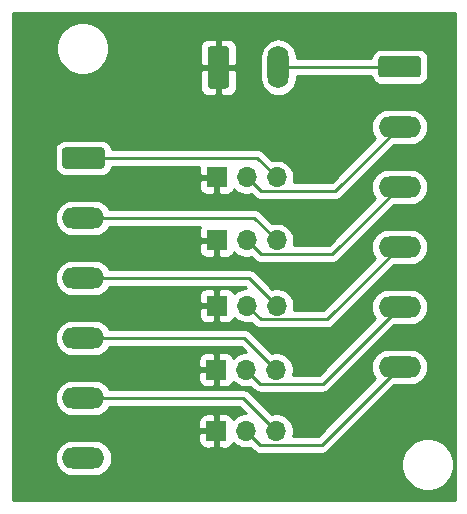
<source format=gbr>
%TF.GenerationSoftware,KiCad,Pcbnew,(5.1.7)-1*%
%TF.CreationDate,2020-12-28T14:37:07+01:00*%
%TF.ProjectId,control_neumatica,636f6e74-726f-46c5-9f6e-65756d617469,rev?*%
%TF.SameCoordinates,Original*%
%TF.FileFunction,Copper,L2,Bot*%
%TF.FilePolarity,Positive*%
%FSLAX46Y46*%
G04 Gerber Fmt 4.6, Leading zero omitted, Abs format (unit mm)*
G04 Created by KiCad (PCBNEW (5.1.7)-1) date 2020-12-28 14:37:07*
%MOMM*%
%LPD*%
G01*
G04 APERTURE LIST*
%TA.AperFunction,ComponentPad*%
%ADD10O,3.600000X1.800000*%
%TD*%
%TA.AperFunction,ComponentPad*%
%ADD11O,1.700000X1.700000*%
%TD*%
%TA.AperFunction,ComponentPad*%
%ADD12R,1.700000X1.700000*%
%TD*%
%TA.AperFunction,ComponentPad*%
%ADD13O,1.800000X3.600000*%
%TD*%
%TA.AperFunction,Conductor*%
%ADD14C,0.250000*%
%TD*%
%TA.AperFunction,Conductor*%
%ADD15C,0.254000*%
%TD*%
%TA.AperFunction,Conductor*%
%ADD16C,0.100000*%
%TD*%
G04 APERTURE END LIST*
D10*
%TO.P,SALIDAS                12V,6*%
%TO.N,O5*%
X151790400Y-68173600D03*
%TO.P,SALIDAS                12V,5*%
%TO.N,O4*%
X151790400Y-63093600D03*
%TO.P,SALIDAS                12V,4*%
%TO.N,O3*%
X151790400Y-58013600D03*
%TO.P,SALIDAS                12V,3*%
%TO.N,O2*%
X151790400Y-52933600D03*
%TO.P,SALIDAS                12V,2*%
%TO.N,O1*%
X151790400Y-47853600D03*
%TO.P,SALIDAS                12V,1*%
%TO.N,+12V*%
%TA.AperFunction,ComponentPad*%
G36*
G01*
X150240400Y-41873600D02*
X153340400Y-41873600D01*
G75*
G02*
X153590400Y-42123600I0J-250000D01*
G01*
X153590400Y-43423600D01*
G75*
G02*
X153340400Y-43673600I-250000J0D01*
G01*
X150240400Y-43673600D01*
G75*
G02*
X149990400Y-43423600I0J250000D01*
G01*
X149990400Y-42123600D01*
G75*
G02*
X150240400Y-41873600I250000J0D01*
G01*
G37*
%TD.AperFunction*%
%TD*%
D11*
%TO.P,S   D   G,3*%
%TO.N,I5*%
X141325600Y-73609200D03*
%TO.P,S   D   G,2*%
%TO.N,O5*%
X138785600Y-73609200D03*
D12*
%TO.P,S   D   G,1*%
%TO.N,GND*%
X136245600Y-73609200D03*
%TD*%
D11*
%TO.P, ,3*%
%TO.N,I4*%
X141325600Y-68427600D03*
%TO.P, ,2*%
%TO.N,O4*%
X138785600Y-68427600D03*
D12*
%TO.P, ,1*%
%TO.N,GND*%
X136245600Y-68427600D03*
%TD*%
D11*
%TO.P, ,3*%
%TO.N,I3*%
X141376400Y-62992000D03*
%TO.P, ,2*%
%TO.N,O3*%
X138836400Y-62992000D03*
D12*
%TO.P, ,1*%
%TO.N,GND*%
X136296400Y-62992000D03*
%TD*%
D11*
%TO.P, ,3*%
%TO.N,I2*%
X141376400Y-57454800D03*
%TO.P, ,2*%
%TO.N,O2*%
X138836400Y-57454800D03*
D12*
%TO.P, ,1*%
%TO.N,GND*%
X136296400Y-57454800D03*
%TD*%
D11*
%TO.P, ,3*%
%TO.N,I1*%
X141376400Y-52120800D03*
%TO.P, ,2*%
%TO.N,O1*%
X138836400Y-52120800D03*
D12*
%TO.P, ,1*%
%TO.N,GND*%
X136296400Y-52120800D03*
%TD*%
D13*
%TO.P,GND      12V,2*%
%TO.N,+12V*%
X141528800Y-42824400D03*
%TO.P,GND      12V,1*%
%TO.N,GND*%
%TA.AperFunction,ComponentPad*%
G36*
G01*
X135548800Y-44374400D02*
X135548800Y-41274400D01*
G75*
G02*
X135798800Y-41024400I250000J0D01*
G01*
X137098800Y-41024400D01*
G75*
G02*
X137348800Y-41274400I0J-250000D01*
G01*
X137348800Y-44374400D01*
G75*
G02*
X137098800Y-44624400I-250000J0D01*
G01*
X135798800Y-44624400D01*
G75*
G02*
X135548800Y-44374400I0J250000D01*
G01*
G37*
%TD.AperFunction*%
%TD*%
D10*
%TO.P,X              ENTRADAS,6*%
%TO.N,Net-(J1-Pad6)*%
X125018800Y-75895200D03*
%TO.P,X              ENTRADAS,5*%
%TO.N,I5*%
X125018800Y-70815200D03*
%TO.P,X              ENTRADAS,4*%
%TO.N,I4*%
X125018800Y-65735200D03*
%TO.P,X              ENTRADAS,3*%
%TO.N,I3*%
X125018800Y-60655200D03*
%TO.P,X              ENTRADAS,2*%
%TO.N,I2*%
X125018800Y-55575200D03*
%TO.P,X              ENTRADAS,1*%
%TO.N,I1*%
%TA.AperFunction,ComponentPad*%
G36*
G01*
X123468800Y-49595200D02*
X126568800Y-49595200D01*
G75*
G02*
X126818800Y-49845200I0J-250000D01*
G01*
X126818800Y-51145200D01*
G75*
G02*
X126568800Y-51395200I-250000J0D01*
G01*
X123468800Y-51395200D01*
G75*
G02*
X123218800Y-51145200I0J250000D01*
G01*
X123218800Y-49845200D01*
G75*
G02*
X123468800Y-49595200I250000J0D01*
G01*
G37*
%TD.AperFunction*%
%TD*%
D14*
%TO.N,I1*%
X139750800Y-50495200D02*
X141376400Y-52120800D01*
X125018800Y-50495200D02*
X139750800Y-50495200D01*
%TO.N,I3*%
X139039600Y-60655200D02*
X141376400Y-62992000D01*
X125018800Y-60655200D02*
X139039600Y-60655200D01*
%TO.N,I5*%
X138531600Y-70815200D02*
X141325600Y-73609200D01*
X125018800Y-70815200D02*
X138531600Y-70815200D01*
%TO.N,I2*%
X139496800Y-55575200D02*
X141376400Y-57454800D01*
X125018800Y-55575200D02*
X139496800Y-55575200D01*
%TO.N,I4*%
X138633200Y-65735200D02*
X141325600Y-68427600D01*
X125018800Y-65735200D02*
X138633200Y-65735200D01*
%TO.N,+12V*%
X151739600Y-42824400D02*
X151790400Y-42773600D01*
X141528800Y-42824400D02*
X151739600Y-42824400D01*
%TO.N,GND*%
X136448800Y-51968400D02*
X136296400Y-52120800D01*
%TO.N,O1*%
X146348199Y-53295801D02*
X151790400Y-47853600D01*
X140011401Y-53295801D02*
X146348199Y-53295801D01*
X138836400Y-52120800D02*
X140011401Y-53295801D01*
%TO.N,O2*%
X146094199Y-58629801D02*
X151790400Y-52933600D01*
X140011401Y-58629801D02*
X146094199Y-58629801D01*
X138836400Y-57454800D02*
X140011401Y-58629801D01*
%TO.N,O3*%
X145636999Y-64167001D02*
X151790400Y-58013600D01*
X140011401Y-64167001D02*
X145636999Y-64167001D01*
X138836400Y-62992000D02*
X140011401Y-64167001D01*
%TO.N,O4*%
X145281399Y-69602601D02*
X151790400Y-63093600D01*
X139960601Y-69602601D02*
X145281399Y-69602601D01*
X138785600Y-68427600D02*
X139960601Y-69602601D01*
%TO.N,O5*%
X145179799Y-74784201D02*
X151790400Y-68173600D01*
X139960601Y-74784201D02*
X145179799Y-74784201D01*
X138785600Y-73609200D02*
X139960601Y-74784201D01*
%TD*%
D15*
%TO.N,GND*%
X156439000Y-79477000D02*
X119024000Y-79477000D01*
X119024000Y-75895200D01*
X122576373Y-75895200D01*
X122606010Y-76196113D01*
X122693783Y-76485461D01*
X122836319Y-76752127D01*
X123028139Y-76985861D01*
X123261873Y-77177681D01*
X123528539Y-77320217D01*
X123817887Y-77407990D01*
X124043392Y-77430200D01*
X125994208Y-77430200D01*
X126219713Y-77407990D01*
X126509061Y-77320217D01*
X126775727Y-77177681D01*
X127009461Y-76985861D01*
X127201281Y-76752127D01*
X127343817Y-76485461D01*
X127420135Y-76233872D01*
X151943000Y-76233872D01*
X151943000Y-76674128D01*
X152028890Y-77105925D01*
X152197369Y-77512669D01*
X152441962Y-77878729D01*
X152753271Y-78190038D01*
X153119331Y-78434631D01*
X153526075Y-78603110D01*
X153957872Y-78689000D01*
X154398128Y-78689000D01*
X154829925Y-78603110D01*
X155236669Y-78434631D01*
X155602729Y-78190038D01*
X155914038Y-77878729D01*
X156158631Y-77512669D01*
X156327110Y-77105925D01*
X156413000Y-76674128D01*
X156413000Y-76233872D01*
X156327110Y-75802075D01*
X156158631Y-75395331D01*
X155914038Y-75029271D01*
X155602729Y-74717962D01*
X155236669Y-74473369D01*
X154829925Y-74304890D01*
X154398128Y-74219000D01*
X153957872Y-74219000D01*
X153526075Y-74304890D01*
X153119331Y-74473369D01*
X152753271Y-74717962D01*
X152441962Y-75029271D01*
X152197369Y-75395331D01*
X152028890Y-75802075D01*
X151943000Y-76233872D01*
X127420135Y-76233872D01*
X127431590Y-76196113D01*
X127461227Y-75895200D01*
X127431590Y-75594287D01*
X127343817Y-75304939D01*
X127201281Y-75038273D01*
X127009461Y-74804539D01*
X126775727Y-74612719D01*
X126509061Y-74470183D01*
X126472856Y-74459200D01*
X134757528Y-74459200D01*
X134769788Y-74583682D01*
X134806098Y-74703380D01*
X134865063Y-74813694D01*
X134944415Y-74910385D01*
X135041106Y-74989737D01*
X135151420Y-75048702D01*
X135271118Y-75085012D01*
X135395600Y-75097272D01*
X135959850Y-75094200D01*
X136118600Y-74935450D01*
X136118600Y-73736200D01*
X134919350Y-73736200D01*
X134760600Y-73894950D01*
X134757528Y-74459200D01*
X126472856Y-74459200D01*
X126219713Y-74382410D01*
X125994208Y-74360200D01*
X124043392Y-74360200D01*
X123817887Y-74382410D01*
X123528539Y-74470183D01*
X123261873Y-74612719D01*
X123028139Y-74804539D01*
X122836319Y-75038273D01*
X122693783Y-75304939D01*
X122606010Y-75594287D01*
X122576373Y-75895200D01*
X119024000Y-75895200D01*
X119024000Y-72759200D01*
X134757528Y-72759200D01*
X134760600Y-73323450D01*
X134919350Y-73482200D01*
X136118600Y-73482200D01*
X136118600Y-72282950D01*
X135959850Y-72124200D01*
X135395600Y-72121128D01*
X135271118Y-72133388D01*
X135151420Y-72169698D01*
X135041106Y-72228663D01*
X134944415Y-72308015D01*
X134865063Y-72404706D01*
X134806098Y-72515020D01*
X134769788Y-72634718D01*
X134757528Y-72759200D01*
X119024000Y-72759200D01*
X119024000Y-70815200D01*
X122576373Y-70815200D01*
X122606010Y-71116113D01*
X122693783Y-71405461D01*
X122836319Y-71672127D01*
X123028139Y-71905861D01*
X123261873Y-72097681D01*
X123528539Y-72240217D01*
X123817887Y-72327990D01*
X124043392Y-72350200D01*
X125994208Y-72350200D01*
X126219713Y-72327990D01*
X126509061Y-72240217D01*
X126775727Y-72097681D01*
X127009461Y-71905861D01*
X127201281Y-71672127D01*
X127253090Y-71575200D01*
X138216799Y-71575200D01*
X138765799Y-72124200D01*
X138639340Y-72124200D01*
X138352442Y-72181268D01*
X138082189Y-72293210D01*
X137838968Y-72455725D01*
X137707113Y-72587580D01*
X137685102Y-72515020D01*
X137626137Y-72404706D01*
X137546785Y-72308015D01*
X137450094Y-72228663D01*
X137339780Y-72169698D01*
X137220082Y-72133388D01*
X137095600Y-72121128D01*
X136531350Y-72124200D01*
X136372600Y-72282950D01*
X136372600Y-73482200D01*
X136392600Y-73482200D01*
X136392600Y-73736200D01*
X136372600Y-73736200D01*
X136372600Y-74935450D01*
X136531350Y-75094200D01*
X137095600Y-75097272D01*
X137220082Y-75085012D01*
X137339780Y-75048702D01*
X137450094Y-74989737D01*
X137546785Y-74910385D01*
X137626137Y-74813694D01*
X137685102Y-74703380D01*
X137707113Y-74630820D01*
X137838968Y-74762675D01*
X138082189Y-74925190D01*
X138352442Y-75037132D01*
X138639340Y-75094200D01*
X138931860Y-75094200D01*
X139152008Y-75050410D01*
X139396802Y-75295204D01*
X139420600Y-75324202D01*
X139536325Y-75419175D01*
X139668354Y-75489747D01*
X139811615Y-75533204D01*
X139923268Y-75544201D01*
X139923277Y-75544201D01*
X139960600Y-75547877D01*
X139997923Y-75544201D01*
X145142477Y-75544201D01*
X145179799Y-75547877D01*
X145217121Y-75544201D01*
X145217132Y-75544201D01*
X145328785Y-75533204D01*
X145472046Y-75489747D01*
X145604075Y-75419175D01*
X145719800Y-75324202D01*
X145743603Y-75295198D01*
X151330202Y-69708600D01*
X152765808Y-69708600D01*
X152991313Y-69686390D01*
X153280661Y-69598617D01*
X153547327Y-69456081D01*
X153781061Y-69264261D01*
X153972881Y-69030527D01*
X154115417Y-68763861D01*
X154203190Y-68474513D01*
X154232827Y-68173600D01*
X154203190Y-67872687D01*
X154115417Y-67583339D01*
X153972881Y-67316673D01*
X153781061Y-67082939D01*
X153547327Y-66891119D01*
X153280661Y-66748583D01*
X152991313Y-66660810D01*
X152765808Y-66638600D01*
X150814992Y-66638600D01*
X150589487Y-66660810D01*
X150300139Y-66748583D01*
X150033473Y-66891119D01*
X149799739Y-67082939D01*
X149607919Y-67316673D01*
X149465383Y-67583339D01*
X149377610Y-67872687D01*
X149347973Y-68173600D01*
X149377610Y-68474513D01*
X149465383Y-68763861D01*
X149607919Y-69030527D01*
X149720946Y-69168252D01*
X144864998Y-74024201D01*
X142757144Y-74024201D01*
X142810600Y-73755460D01*
X142810600Y-73462940D01*
X142753532Y-73176042D01*
X142641590Y-72905789D01*
X142479075Y-72662568D01*
X142272232Y-72455725D01*
X142029011Y-72293210D01*
X141758758Y-72181268D01*
X141471860Y-72124200D01*
X141179340Y-72124200D01*
X140959192Y-72167990D01*
X139095404Y-70304203D01*
X139071601Y-70275199D01*
X138955876Y-70180226D01*
X138823847Y-70109654D01*
X138680586Y-70066197D01*
X138568933Y-70055200D01*
X138568922Y-70055200D01*
X138531600Y-70051524D01*
X138494278Y-70055200D01*
X127253090Y-70055200D01*
X127201281Y-69958273D01*
X127009461Y-69724539D01*
X126775727Y-69532719D01*
X126509061Y-69390183D01*
X126219713Y-69302410D01*
X125994208Y-69280200D01*
X124043392Y-69280200D01*
X123817887Y-69302410D01*
X123528539Y-69390183D01*
X123261873Y-69532719D01*
X123028139Y-69724539D01*
X122836319Y-69958273D01*
X122693783Y-70224939D01*
X122606010Y-70514287D01*
X122576373Y-70815200D01*
X119024000Y-70815200D01*
X119024000Y-69277600D01*
X134757528Y-69277600D01*
X134769788Y-69402082D01*
X134806098Y-69521780D01*
X134865063Y-69632094D01*
X134944415Y-69728785D01*
X135041106Y-69808137D01*
X135151420Y-69867102D01*
X135271118Y-69903412D01*
X135395600Y-69915672D01*
X135959850Y-69912600D01*
X136118600Y-69753850D01*
X136118600Y-68554600D01*
X134919350Y-68554600D01*
X134760600Y-68713350D01*
X134757528Y-69277600D01*
X119024000Y-69277600D01*
X119024000Y-67577600D01*
X134757528Y-67577600D01*
X134760600Y-68141850D01*
X134919350Y-68300600D01*
X136118600Y-68300600D01*
X136118600Y-67101350D01*
X135959850Y-66942600D01*
X135395600Y-66939528D01*
X135271118Y-66951788D01*
X135151420Y-66988098D01*
X135041106Y-67047063D01*
X134944415Y-67126415D01*
X134865063Y-67223106D01*
X134806098Y-67333420D01*
X134769788Y-67453118D01*
X134757528Y-67577600D01*
X119024000Y-67577600D01*
X119024000Y-65735200D01*
X122576373Y-65735200D01*
X122606010Y-66036113D01*
X122693783Y-66325461D01*
X122836319Y-66592127D01*
X123028139Y-66825861D01*
X123261873Y-67017681D01*
X123528539Y-67160217D01*
X123817887Y-67247990D01*
X124043392Y-67270200D01*
X125994208Y-67270200D01*
X126219713Y-67247990D01*
X126509061Y-67160217D01*
X126775727Y-67017681D01*
X127009461Y-66825861D01*
X127201281Y-66592127D01*
X127253090Y-66495200D01*
X138318399Y-66495200D01*
X138765799Y-66942600D01*
X138639340Y-66942600D01*
X138352442Y-66999668D01*
X138082189Y-67111610D01*
X137838968Y-67274125D01*
X137707113Y-67405980D01*
X137685102Y-67333420D01*
X137626137Y-67223106D01*
X137546785Y-67126415D01*
X137450094Y-67047063D01*
X137339780Y-66988098D01*
X137220082Y-66951788D01*
X137095600Y-66939528D01*
X136531350Y-66942600D01*
X136372600Y-67101350D01*
X136372600Y-68300600D01*
X136392600Y-68300600D01*
X136392600Y-68554600D01*
X136372600Y-68554600D01*
X136372600Y-69753850D01*
X136531350Y-69912600D01*
X137095600Y-69915672D01*
X137220082Y-69903412D01*
X137339780Y-69867102D01*
X137450094Y-69808137D01*
X137546785Y-69728785D01*
X137626137Y-69632094D01*
X137685102Y-69521780D01*
X137707113Y-69449220D01*
X137838968Y-69581075D01*
X138082189Y-69743590D01*
X138352442Y-69855532D01*
X138639340Y-69912600D01*
X138931860Y-69912600D01*
X139152008Y-69868810D01*
X139396802Y-70113604D01*
X139420600Y-70142602D01*
X139536325Y-70237575D01*
X139668354Y-70308147D01*
X139811615Y-70351604D01*
X139923268Y-70362601D01*
X139923277Y-70362601D01*
X139960600Y-70366277D01*
X139997923Y-70362601D01*
X145244077Y-70362601D01*
X145281399Y-70366277D01*
X145318721Y-70362601D01*
X145318732Y-70362601D01*
X145430385Y-70351604D01*
X145573646Y-70308147D01*
X145705675Y-70237575D01*
X145821400Y-70142602D01*
X145845203Y-70113598D01*
X151330203Y-64628600D01*
X152765808Y-64628600D01*
X152991313Y-64606390D01*
X153280661Y-64518617D01*
X153547327Y-64376081D01*
X153781061Y-64184261D01*
X153972881Y-63950527D01*
X154115417Y-63683861D01*
X154203190Y-63394513D01*
X154232827Y-63093600D01*
X154203190Y-62792687D01*
X154115417Y-62503339D01*
X153972881Y-62236673D01*
X153781061Y-62002939D01*
X153547327Y-61811119D01*
X153280661Y-61668583D01*
X152991313Y-61580810D01*
X152765808Y-61558600D01*
X150814992Y-61558600D01*
X150589487Y-61580810D01*
X150300139Y-61668583D01*
X150033473Y-61811119D01*
X149799739Y-62002939D01*
X149607919Y-62236673D01*
X149465383Y-62503339D01*
X149377610Y-62792687D01*
X149347973Y-63093600D01*
X149377610Y-63394513D01*
X149465383Y-63683861D01*
X149607919Y-63950527D01*
X149720946Y-64088251D01*
X144966598Y-68842601D01*
X142757144Y-68842601D01*
X142810600Y-68573860D01*
X142810600Y-68281340D01*
X142753532Y-67994442D01*
X142641590Y-67724189D01*
X142479075Y-67480968D01*
X142272232Y-67274125D01*
X142029011Y-67111610D01*
X141758758Y-66999668D01*
X141471860Y-66942600D01*
X141179340Y-66942600D01*
X140959192Y-66986390D01*
X139197004Y-65224203D01*
X139173201Y-65195199D01*
X139057476Y-65100226D01*
X138925447Y-65029654D01*
X138782186Y-64986197D01*
X138670533Y-64975200D01*
X138670522Y-64975200D01*
X138633200Y-64971524D01*
X138595878Y-64975200D01*
X127253090Y-64975200D01*
X127201281Y-64878273D01*
X127009461Y-64644539D01*
X126775727Y-64452719D01*
X126509061Y-64310183D01*
X126219713Y-64222410D01*
X125994208Y-64200200D01*
X124043392Y-64200200D01*
X123817887Y-64222410D01*
X123528539Y-64310183D01*
X123261873Y-64452719D01*
X123028139Y-64644539D01*
X122836319Y-64878273D01*
X122693783Y-65144939D01*
X122606010Y-65434287D01*
X122576373Y-65735200D01*
X119024000Y-65735200D01*
X119024000Y-63842000D01*
X134808328Y-63842000D01*
X134820588Y-63966482D01*
X134856898Y-64086180D01*
X134915863Y-64196494D01*
X134995215Y-64293185D01*
X135091906Y-64372537D01*
X135202220Y-64431502D01*
X135321918Y-64467812D01*
X135446400Y-64480072D01*
X136010650Y-64477000D01*
X136169400Y-64318250D01*
X136169400Y-63119000D01*
X134970150Y-63119000D01*
X134811400Y-63277750D01*
X134808328Y-63842000D01*
X119024000Y-63842000D01*
X119024000Y-60655200D01*
X122576373Y-60655200D01*
X122606010Y-60956113D01*
X122693783Y-61245461D01*
X122836319Y-61512127D01*
X123028139Y-61745861D01*
X123261873Y-61937681D01*
X123528539Y-62080217D01*
X123817887Y-62167990D01*
X124043392Y-62190200D01*
X125994208Y-62190200D01*
X126219713Y-62167990D01*
X126305390Y-62142000D01*
X134808328Y-62142000D01*
X134811400Y-62706250D01*
X134970150Y-62865000D01*
X136169400Y-62865000D01*
X136169400Y-61665750D01*
X136010650Y-61507000D01*
X135446400Y-61503928D01*
X135321918Y-61516188D01*
X135202220Y-61552498D01*
X135091906Y-61611463D01*
X134995215Y-61690815D01*
X134915863Y-61787506D01*
X134856898Y-61897820D01*
X134820588Y-62017518D01*
X134808328Y-62142000D01*
X126305390Y-62142000D01*
X126509061Y-62080217D01*
X126775727Y-61937681D01*
X127009461Y-61745861D01*
X127201281Y-61512127D01*
X127253090Y-61415200D01*
X138724799Y-61415200D01*
X138816599Y-61507000D01*
X138690140Y-61507000D01*
X138403242Y-61564068D01*
X138132989Y-61676010D01*
X137889768Y-61838525D01*
X137757913Y-61970380D01*
X137735902Y-61897820D01*
X137676937Y-61787506D01*
X137597585Y-61690815D01*
X137500894Y-61611463D01*
X137390580Y-61552498D01*
X137270882Y-61516188D01*
X137146400Y-61503928D01*
X136582150Y-61507000D01*
X136423400Y-61665750D01*
X136423400Y-62865000D01*
X136443400Y-62865000D01*
X136443400Y-63119000D01*
X136423400Y-63119000D01*
X136423400Y-64318250D01*
X136582150Y-64477000D01*
X137146400Y-64480072D01*
X137270882Y-64467812D01*
X137390580Y-64431502D01*
X137500894Y-64372537D01*
X137597585Y-64293185D01*
X137676937Y-64196494D01*
X137735902Y-64086180D01*
X137757913Y-64013620D01*
X137889768Y-64145475D01*
X138132989Y-64307990D01*
X138403242Y-64419932D01*
X138690140Y-64477000D01*
X138982660Y-64477000D01*
X139202808Y-64433210D01*
X139447602Y-64678004D01*
X139471400Y-64707002D01*
X139587125Y-64801975D01*
X139719154Y-64872547D01*
X139862415Y-64916004D01*
X139974068Y-64927001D01*
X139974077Y-64927001D01*
X140011400Y-64930677D01*
X140048723Y-64927001D01*
X145599677Y-64927001D01*
X145636999Y-64930677D01*
X145674321Y-64927001D01*
X145674332Y-64927001D01*
X145785985Y-64916004D01*
X145929246Y-64872547D01*
X146061275Y-64801975D01*
X146177000Y-64707002D01*
X146200803Y-64677998D01*
X151330202Y-59548600D01*
X152765808Y-59548600D01*
X152991313Y-59526390D01*
X153280661Y-59438617D01*
X153547327Y-59296081D01*
X153781061Y-59104261D01*
X153972881Y-58870527D01*
X154115417Y-58603861D01*
X154203190Y-58314513D01*
X154232827Y-58013600D01*
X154203190Y-57712687D01*
X154115417Y-57423339D01*
X153972881Y-57156673D01*
X153781061Y-56922939D01*
X153547327Y-56731119D01*
X153280661Y-56588583D01*
X152991313Y-56500810D01*
X152765808Y-56478600D01*
X150814992Y-56478600D01*
X150589487Y-56500810D01*
X150300139Y-56588583D01*
X150033473Y-56731119D01*
X149799739Y-56922939D01*
X149607919Y-57156673D01*
X149465383Y-57423339D01*
X149377610Y-57712687D01*
X149347973Y-58013600D01*
X149377610Y-58314513D01*
X149465383Y-58603861D01*
X149607919Y-58870527D01*
X149720946Y-59008252D01*
X145322198Y-63407001D01*
X142807944Y-63407001D01*
X142861400Y-63138260D01*
X142861400Y-62845740D01*
X142804332Y-62558842D01*
X142692390Y-62288589D01*
X142529875Y-62045368D01*
X142323032Y-61838525D01*
X142079811Y-61676010D01*
X141809558Y-61564068D01*
X141522660Y-61507000D01*
X141230140Y-61507000D01*
X141009992Y-61550790D01*
X139603404Y-60144203D01*
X139579601Y-60115199D01*
X139463876Y-60020226D01*
X139331847Y-59949654D01*
X139188586Y-59906197D01*
X139076933Y-59895200D01*
X139076922Y-59895200D01*
X139039600Y-59891524D01*
X139002278Y-59895200D01*
X127253090Y-59895200D01*
X127201281Y-59798273D01*
X127009461Y-59564539D01*
X126775727Y-59372719D01*
X126509061Y-59230183D01*
X126219713Y-59142410D01*
X125994208Y-59120200D01*
X124043392Y-59120200D01*
X123817887Y-59142410D01*
X123528539Y-59230183D01*
X123261873Y-59372719D01*
X123028139Y-59564539D01*
X122836319Y-59798273D01*
X122693783Y-60064939D01*
X122606010Y-60354287D01*
X122576373Y-60655200D01*
X119024000Y-60655200D01*
X119024000Y-58304800D01*
X134808328Y-58304800D01*
X134820588Y-58429282D01*
X134856898Y-58548980D01*
X134915863Y-58659294D01*
X134995215Y-58755985D01*
X135091906Y-58835337D01*
X135202220Y-58894302D01*
X135321918Y-58930612D01*
X135446400Y-58942872D01*
X136010650Y-58939800D01*
X136169400Y-58781050D01*
X136169400Y-57581800D01*
X134970150Y-57581800D01*
X134811400Y-57740550D01*
X134808328Y-58304800D01*
X119024000Y-58304800D01*
X119024000Y-55575200D01*
X122576373Y-55575200D01*
X122606010Y-55876113D01*
X122693783Y-56165461D01*
X122836319Y-56432127D01*
X123028139Y-56665861D01*
X123261873Y-56857681D01*
X123528539Y-57000217D01*
X123817887Y-57087990D01*
X124043392Y-57110200D01*
X125994208Y-57110200D01*
X126219713Y-57087990D01*
X126509061Y-57000217D01*
X126775727Y-56857681D01*
X127009461Y-56665861D01*
X127201281Y-56432127D01*
X127253090Y-56335200D01*
X134870485Y-56335200D01*
X134856898Y-56360620D01*
X134820588Y-56480318D01*
X134808328Y-56604800D01*
X134811400Y-57169050D01*
X134970150Y-57327800D01*
X136169400Y-57327800D01*
X136169400Y-57307800D01*
X136423400Y-57307800D01*
X136423400Y-57327800D01*
X136443400Y-57327800D01*
X136443400Y-57581800D01*
X136423400Y-57581800D01*
X136423400Y-58781050D01*
X136582150Y-58939800D01*
X137146400Y-58942872D01*
X137270882Y-58930612D01*
X137390580Y-58894302D01*
X137500894Y-58835337D01*
X137597585Y-58755985D01*
X137676937Y-58659294D01*
X137735902Y-58548980D01*
X137757913Y-58476420D01*
X137889768Y-58608275D01*
X138132989Y-58770790D01*
X138403242Y-58882732D01*
X138690140Y-58939800D01*
X138982660Y-58939800D01*
X139202808Y-58896010D01*
X139447602Y-59140804D01*
X139471400Y-59169802D01*
X139587125Y-59264775D01*
X139719154Y-59335347D01*
X139862415Y-59378804D01*
X139974068Y-59389801D01*
X139974077Y-59389801D01*
X140011400Y-59393477D01*
X140048723Y-59389801D01*
X146056877Y-59389801D01*
X146094199Y-59393477D01*
X146131521Y-59389801D01*
X146131532Y-59389801D01*
X146243185Y-59378804D01*
X146386446Y-59335347D01*
X146518475Y-59264775D01*
X146634200Y-59169802D01*
X146658003Y-59140798D01*
X151330202Y-54468600D01*
X152765808Y-54468600D01*
X152991313Y-54446390D01*
X153280661Y-54358617D01*
X153547327Y-54216081D01*
X153781061Y-54024261D01*
X153972881Y-53790527D01*
X154115417Y-53523861D01*
X154203190Y-53234513D01*
X154232827Y-52933600D01*
X154203190Y-52632687D01*
X154115417Y-52343339D01*
X153972881Y-52076673D01*
X153781061Y-51842939D01*
X153547327Y-51651119D01*
X153280661Y-51508583D01*
X152991313Y-51420810D01*
X152765808Y-51398600D01*
X150814992Y-51398600D01*
X150589487Y-51420810D01*
X150300139Y-51508583D01*
X150033473Y-51651119D01*
X149799739Y-51842939D01*
X149607919Y-52076673D01*
X149465383Y-52343339D01*
X149377610Y-52632687D01*
X149347973Y-52933600D01*
X149377610Y-53234513D01*
X149465383Y-53523861D01*
X149607919Y-53790527D01*
X149720946Y-53928252D01*
X145779398Y-57869801D01*
X142807944Y-57869801D01*
X142861400Y-57601060D01*
X142861400Y-57308540D01*
X142804332Y-57021642D01*
X142692390Y-56751389D01*
X142529875Y-56508168D01*
X142323032Y-56301325D01*
X142079811Y-56138810D01*
X141809558Y-56026868D01*
X141522660Y-55969800D01*
X141230140Y-55969800D01*
X141009992Y-56013590D01*
X140060604Y-55064203D01*
X140036801Y-55035199D01*
X139921076Y-54940226D01*
X139789047Y-54869654D01*
X139645786Y-54826197D01*
X139534133Y-54815200D01*
X139534122Y-54815200D01*
X139496800Y-54811524D01*
X139459478Y-54815200D01*
X127253090Y-54815200D01*
X127201281Y-54718273D01*
X127009461Y-54484539D01*
X126775727Y-54292719D01*
X126509061Y-54150183D01*
X126219713Y-54062410D01*
X125994208Y-54040200D01*
X124043392Y-54040200D01*
X123817887Y-54062410D01*
X123528539Y-54150183D01*
X123261873Y-54292719D01*
X123028139Y-54484539D01*
X122836319Y-54718273D01*
X122693783Y-54984939D01*
X122606010Y-55274287D01*
X122576373Y-55575200D01*
X119024000Y-55575200D01*
X119024000Y-52970800D01*
X134808328Y-52970800D01*
X134820588Y-53095282D01*
X134856898Y-53214980D01*
X134915863Y-53325294D01*
X134995215Y-53421985D01*
X135091906Y-53501337D01*
X135202220Y-53560302D01*
X135321918Y-53596612D01*
X135446400Y-53608872D01*
X136010650Y-53605800D01*
X136169400Y-53447050D01*
X136169400Y-52247800D01*
X134970150Y-52247800D01*
X134811400Y-52406550D01*
X134808328Y-52970800D01*
X119024000Y-52970800D01*
X119024000Y-49845200D01*
X122580728Y-49845200D01*
X122580728Y-51145200D01*
X122597792Y-51318454D01*
X122648328Y-51485050D01*
X122730395Y-51638586D01*
X122840838Y-51773162D01*
X122975414Y-51883605D01*
X123128950Y-51965672D01*
X123295546Y-52016208D01*
X123468800Y-52033272D01*
X126568800Y-52033272D01*
X126742054Y-52016208D01*
X126908650Y-51965672D01*
X127062186Y-51883605D01*
X127196762Y-51773162D01*
X127307205Y-51638586D01*
X127389272Y-51485050D01*
X127439808Y-51318454D01*
X127446038Y-51255200D01*
X134809864Y-51255200D01*
X134808328Y-51270800D01*
X134811400Y-51835050D01*
X134970150Y-51993800D01*
X136169400Y-51993800D01*
X136169400Y-51973800D01*
X136423400Y-51973800D01*
X136423400Y-51993800D01*
X136443400Y-51993800D01*
X136443400Y-52247800D01*
X136423400Y-52247800D01*
X136423400Y-53447050D01*
X136582150Y-53605800D01*
X137146400Y-53608872D01*
X137270882Y-53596612D01*
X137390580Y-53560302D01*
X137500894Y-53501337D01*
X137597585Y-53421985D01*
X137676937Y-53325294D01*
X137735902Y-53214980D01*
X137757913Y-53142420D01*
X137889768Y-53274275D01*
X138132989Y-53436790D01*
X138403242Y-53548732D01*
X138690140Y-53605800D01*
X138982660Y-53605800D01*
X139202808Y-53562010D01*
X139447602Y-53806804D01*
X139471400Y-53835802D01*
X139587125Y-53930775D01*
X139719154Y-54001347D01*
X139862415Y-54044804D01*
X139974068Y-54055801D01*
X139974077Y-54055801D01*
X140011400Y-54059477D01*
X140048723Y-54055801D01*
X146310877Y-54055801D01*
X146348199Y-54059477D01*
X146385521Y-54055801D01*
X146385532Y-54055801D01*
X146497185Y-54044804D01*
X146640446Y-54001347D01*
X146772475Y-53930775D01*
X146888200Y-53835802D01*
X146912003Y-53806798D01*
X151330203Y-49388600D01*
X152765808Y-49388600D01*
X152991313Y-49366390D01*
X153280661Y-49278617D01*
X153547327Y-49136081D01*
X153781061Y-48944261D01*
X153972881Y-48710527D01*
X154115417Y-48443861D01*
X154203190Y-48154513D01*
X154232827Y-47853600D01*
X154203190Y-47552687D01*
X154115417Y-47263339D01*
X153972881Y-46996673D01*
X153781061Y-46762939D01*
X153547327Y-46571119D01*
X153280661Y-46428583D01*
X152991313Y-46340810D01*
X152765808Y-46318600D01*
X150814992Y-46318600D01*
X150589487Y-46340810D01*
X150300139Y-46428583D01*
X150033473Y-46571119D01*
X149799739Y-46762939D01*
X149607919Y-46996673D01*
X149465383Y-47263339D01*
X149377610Y-47552687D01*
X149347973Y-47853600D01*
X149377610Y-48154513D01*
X149465383Y-48443861D01*
X149607919Y-48710527D01*
X149720946Y-48848251D01*
X146033398Y-52535801D01*
X142807944Y-52535801D01*
X142861400Y-52267060D01*
X142861400Y-51974540D01*
X142804332Y-51687642D01*
X142692390Y-51417389D01*
X142529875Y-51174168D01*
X142323032Y-50967325D01*
X142079811Y-50804810D01*
X141809558Y-50692868D01*
X141522660Y-50635800D01*
X141230140Y-50635800D01*
X141009992Y-50679591D01*
X140314604Y-49984203D01*
X140290801Y-49955199D01*
X140175076Y-49860226D01*
X140043047Y-49789654D01*
X139899786Y-49746197D01*
X139788133Y-49735200D01*
X139788122Y-49735200D01*
X139750800Y-49731524D01*
X139713478Y-49735200D01*
X127446038Y-49735200D01*
X127439808Y-49671946D01*
X127389272Y-49505350D01*
X127307205Y-49351814D01*
X127196762Y-49217238D01*
X127062186Y-49106795D01*
X126908650Y-49024728D01*
X126742054Y-48974192D01*
X126568800Y-48957128D01*
X123468800Y-48957128D01*
X123295546Y-48974192D01*
X123128950Y-49024728D01*
X122975414Y-49106795D01*
X122840838Y-49217238D01*
X122730395Y-49351814D01*
X122648328Y-49505350D01*
X122597792Y-49671946D01*
X122580728Y-49845200D01*
X119024000Y-49845200D01*
X119024000Y-44624400D01*
X134910728Y-44624400D01*
X134922988Y-44748882D01*
X134959298Y-44868580D01*
X135018263Y-44978894D01*
X135097615Y-45075585D01*
X135194306Y-45154937D01*
X135304620Y-45213902D01*
X135424318Y-45250212D01*
X135548800Y-45262472D01*
X136163050Y-45259400D01*
X136321800Y-45100650D01*
X136321800Y-42951400D01*
X136575800Y-42951400D01*
X136575800Y-45100650D01*
X136734550Y-45259400D01*
X137348800Y-45262472D01*
X137473282Y-45250212D01*
X137592980Y-45213902D01*
X137703294Y-45154937D01*
X137799985Y-45075585D01*
X137879337Y-44978894D01*
X137938302Y-44868580D01*
X137974612Y-44748882D01*
X137986872Y-44624400D01*
X137983800Y-43110150D01*
X137825050Y-42951400D01*
X136575800Y-42951400D01*
X136321800Y-42951400D01*
X135072550Y-42951400D01*
X134913800Y-43110150D01*
X134910728Y-44624400D01*
X119024000Y-44624400D01*
X119024000Y-40978672D01*
X122733000Y-40978672D01*
X122733000Y-41418928D01*
X122818890Y-41850725D01*
X122987369Y-42257469D01*
X123231962Y-42623529D01*
X123543271Y-42934838D01*
X123909331Y-43179431D01*
X124316075Y-43347910D01*
X124747872Y-43433800D01*
X125188128Y-43433800D01*
X125619925Y-43347910D01*
X126026669Y-43179431D01*
X126392729Y-42934838D01*
X126704038Y-42623529D01*
X126948631Y-42257469D01*
X127117110Y-41850725D01*
X127203000Y-41418928D01*
X127203000Y-41024400D01*
X134910728Y-41024400D01*
X134913800Y-42538650D01*
X135072550Y-42697400D01*
X136321800Y-42697400D01*
X136321800Y-40548150D01*
X136575800Y-40548150D01*
X136575800Y-42697400D01*
X137825050Y-42697400D01*
X137983800Y-42538650D01*
X137985199Y-41848993D01*
X139993800Y-41848993D01*
X139993800Y-43799808D01*
X140016011Y-44025313D01*
X140103784Y-44314661D01*
X140246320Y-44581327D01*
X140438140Y-44815061D01*
X140671874Y-45006881D01*
X140938540Y-45149417D01*
X141227888Y-45237190D01*
X141528800Y-45266827D01*
X141829713Y-45237190D01*
X142119061Y-45149417D01*
X142385727Y-45006881D01*
X142619461Y-44815061D01*
X142811281Y-44581327D01*
X142953817Y-44314661D01*
X143041590Y-44025313D01*
X143063800Y-43799808D01*
X143063800Y-43584400D01*
X149368165Y-43584400D01*
X149369392Y-43596854D01*
X149419928Y-43763450D01*
X149501995Y-43916986D01*
X149612438Y-44051562D01*
X149747014Y-44162005D01*
X149900550Y-44244072D01*
X150067146Y-44294608D01*
X150240400Y-44311672D01*
X153340400Y-44311672D01*
X153513654Y-44294608D01*
X153680250Y-44244072D01*
X153833786Y-44162005D01*
X153968362Y-44051562D01*
X154078805Y-43916986D01*
X154160872Y-43763450D01*
X154211408Y-43596854D01*
X154228472Y-43423600D01*
X154228472Y-42123600D01*
X154211408Y-41950346D01*
X154160872Y-41783750D01*
X154078805Y-41630214D01*
X153968362Y-41495638D01*
X153833786Y-41385195D01*
X153680250Y-41303128D01*
X153513654Y-41252592D01*
X153340400Y-41235528D01*
X150240400Y-41235528D01*
X150067146Y-41252592D01*
X149900550Y-41303128D01*
X149747014Y-41385195D01*
X149612438Y-41495638D01*
X149501995Y-41630214D01*
X149419928Y-41783750D01*
X149369392Y-41950346D01*
X149358159Y-42064400D01*
X143063800Y-42064400D01*
X143063800Y-41848992D01*
X143041590Y-41623487D01*
X142953817Y-41334139D01*
X142811281Y-41067473D01*
X142619461Y-40833739D01*
X142385726Y-40641919D01*
X142119060Y-40499383D01*
X141829712Y-40411610D01*
X141528800Y-40381973D01*
X141227887Y-40411610D01*
X140938539Y-40499383D01*
X140671873Y-40641919D01*
X140438139Y-40833739D01*
X140246319Y-41067474D01*
X140103783Y-41334140D01*
X140016010Y-41623488D01*
X139993800Y-41848993D01*
X137985199Y-41848993D01*
X137986872Y-41024400D01*
X137974612Y-40899918D01*
X137938302Y-40780220D01*
X137879337Y-40669906D01*
X137799985Y-40573215D01*
X137703294Y-40493863D01*
X137592980Y-40434898D01*
X137473282Y-40398588D01*
X137348800Y-40386328D01*
X136734550Y-40389400D01*
X136575800Y-40548150D01*
X136321800Y-40548150D01*
X136163050Y-40389400D01*
X135548800Y-40386328D01*
X135424318Y-40398588D01*
X135304620Y-40434898D01*
X135194306Y-40493863D01*
X135097615Y-40573215D01*
X135018263Y-40669906D01*
X134959298Y-40780220D01*
X134922988Y-40899918D01*
X134910728Y-41024400D01*
X127203000Y-41024400D01*
X127203000Y-40978672D01*
X127117110Y-40546875D01*
X126948631Y-40140131D01*
X126704038Y-39774071D01*
X126392729Y-39462762D01*
X126026669Y-39218169D01*
X125619925Y-39049690D01*
X125188128Y-38963800D01*
X124747872Y-38963800D01*
X124316075Y-39049690D01*
X123909331Y-39218169D01*
X123543271Y-39462762D01*
X123231962Y-39774071D01*
X122987369Y-40140131D01*
X122818890Y-40546875D01*
X122733000Y-40978672D01*
X119024000Y-40978672D01*
X119024000Y-38252000D01*
X156439001Y-38252000D01*
X156439000Y-79477000D01*
%TA.AperFunction,Conductor*%
D16*
G36*
X156439000Y-79477000D02*
G01*
X119024000Y-79477000D01*
X119024000Y-75895200D01*
X122576373Y-75895200D01*
X122606010Y-76196113D01*
X122693783Y-76485461D01*
X122836319Y-76752127D01*
X123028139Y-76985861D01*
X123261873Y-77177681D01*
X123528539Y-77320217D01*
X123817887Y-77407990D01*
X124043392Y-77430200D01*
X125994208Y-77430200D01*
X126219713Y-77407990D01*
X126509061Y-77320217D01*
X126775727Y-77177681D01*
X127009461Y-76985861D01*
X127201281Y-76752127D01*
X127343817Y-76485461D01*
X127420135Y-76233872D01*
X151943000Y-76233872D01*
X151943000Y-76674128D01*
X152028890Y-77105925D01*
X152197369Y-77512669D01*
X152441962Y-77878729D01*
X152753271Y-78190038D01*
X153119331Y-78434631D01*
X153526075Y-78603110D01*
X153957872Y-78689000D01*
X154398128Y-78689000D01*
X154829925Y-78603110D01*
X155236669Y-78434631D01*
X155602729Y-78190038D01*
X155914038Y-77878729D01*
X156158631Y-77512669D01*
X156327110Y-77105925D01*
X156413000Y-76674128D01*
X156413000Y-76233872D01*
X156327110Y-75802075D01*
X156158631Y-75395331D01*
X155914038Y-75029271D01*
X155602729Y-74717962D01*
X155236669Y-74473369D01*
X154829925Y-74304890D01*
X154398128Y-74219000D01*
X153957872Y-74219000D01*
X153526075Y-74304890D01*
X153119331Y-74473369D01*
X152753271Y-74717962D01*
X152441962Y-75029271D01*
X152197369Y-75395331D01*
X152028890Y-75802075D01*
X151943000Y-76233872D01*
X127420135Y-76233872D01*
X127431590Y-76196113D01*
X127461227Y-75895200D01*
X127431590Y-75594287D01*
X127343817Y-75304939D01*
X127201281Y-75038273D01*
X127009461Y-74804539D01*
X126775727Y-74612719D01*
X126509061Y-74470183D01*
X126472856Y-74459200D01*
X134757528Y-74459200D01*
X134769788Y-74583682D01*
X134806098Y-74703380D01*
X134865063Y-74813694D01*
X134944415Y-74910385D01*
X135041106Y-74989737D01*
X135151420Y-75048702D01*
X135271118Y-75085012D01*
X135395600Y-75097272D01*
X135959850Y-75094200D01*
X136118600Y-74935450D01*
X136118600Y-73736200D01*
X134919350Y-73736200D01*
X134760600Y-73894950D01*
X134757528Y-74459200D01*
X126472856Y-74459200D01*
X126219713Y-74382410D01*
X125994208Y-74360200D01*
X124043392Y-74360200D01*
X123817887Y-74382410D01*
X123528539Y-74470183D01*
X123261873Y-74612719D01*
X123028139Y-74804539D01*
X122836319Y-75038273D01*
X122693783Y-75304939D01*
X122606010Y-75594287D01*
X122576373Y-75895200D01*
X119024000Y-75895200D01*
X119024000Y-72759200D01*
X134757528Y-72759200D01*
X134760600Y-73323450D01*
X134919350Y-73482200D01*
X136118600Y-73482200D01*
X136118600Y-72282950D01*
X135959850Y-72124200D01*
X135395600Y-72121128D01*
X135271118Y-72133388D01*
X135151420Y-72169698D01*
X135041106Y-72228663D01*
X134944415Y-72308015D01*
X134865063Y-72404706D01*
X134806098Y-72515020D01*
X134769788Y-72634718D01*
X134757528Y-72759200D01*
X119024000Y-72759200D01*
X119024000Y-70815200D01*
X122576373Y-70815200D01*
X122606010Y-71116113D01*
X122693783Y-71405461D01*
X122836319Y-71672127D01*
X123028139Y-71905861D01*
X123261873Y-72097681D01*
X123528539Y-72240217D01*
X123817887Y-72327990D01*
X124043392Y-72350200D01*
X125994208Y-72350200D01*
X126219713Y-72327990D01*
X126509061Y-72240217D01*
X126775727Y-72097681D01*
X127009461Y-71905861D01*
X127201281Y-71672127D01*
X127253090Y-71575200D01*
X138216799Y-71575200D01*
X138765799Y-72124200D01*
X138639340Y-72124200D01*
X138352442Y-72181268D01*
X138082189Y-72293210D01*
X137838968Y-72455725D01*
X137707113Y-72587580D01*
X137685102Y-72515020D01*
X137626137Y-72404706D01*
X137546785Y-72308015D01*
X137450094Y-72228663D01*
X137339780Y-72169698D01*
X137220082Y-72133388D01*
X137095600Y-72121128D01*
X136531350Y-72124200D01*
X136372600Y-72282950D01*
X136372600Y-73482200D01*
X136392600Y-73482200D01*
X136392600Y-73736200D01*
X136372600Y-73736200D01*
X136372600Y-74935450D01*
X136531350Y-75094200D01*
X137095600Y-75097272D01*
X137220082Y-75085012D01*
X137339780Y-75048702D01*
X137450094Y-74989737D01*
X137546785Y-74910385D01*
X137626137Y-74813694D01*
X137685102Y-74703380D01*
X137707113Y-74630820D01*
X137838968Y-74762675D01*
X138082189Y-74925190D01*
X138352442Y-75037132D01*
X138639340Y-75094200D01*
X138931860Y-75094200D01*
X139152008Y-75050410D01*
X139396802Y-75295204D01*
X139420600Y-75324202D01*
X139536325Y-75419175D01*
X139668354Y-75489747D01*
X139811615Y-75533204D01*
X139923268Y-75544201D01*
X139923277Y-75544201D01*
X139960600Y-75547877D01*
X139997923Y-75544201D01*
X145142477Y-75544201D01*
X145179799Y-75547877D01*
X145217121Y-75544201D01*
X145217132Y-75544201D01*
X145328785Y-75533204D01*
X145472046Y-75489747D01*
X145604075Y-75419175D01*
X145719800Y-75324202D01*
X145743603Y-75295198D01*
X151330202Y-69708600D01*
X152765808Y-69708600D01*
X152991313Y-69686390D01*
X153280661Y-69598617D01*
X153547327Y-69456081D01*
X153781061Y-69264261D01*
X153972881Y-69030527D01*
X154115417Y-68763861D01*
X154203190Y-68474513D01*
X154232827Y-68173600D01*
X154203190Y-67872687D01*
X154115417Y-67583339D01*
X153972881Y-67316673D01*
X153781061Y-67082939D01*
X153547327Y-66891119D01*
X153280661Y-66748583D01*
X152991313Y-66660810D01*
X152765808Y-66638600D01*
X150814992Y-66638600D01*
X150589487Y-66660810D01*
X150300139Y-66748583D01*
X150033473Y-66891119D01*
X149799739Y-67082939D01*
X149607919Y-67316673D01*
X149465383Y-67583339D01*
X149377610Y-67872687D01*
X149347973Y-68173600D01*
X149377610Y-68474513D01*
X149465383Y-68763861D01*
X149607919Y-69030527D01*
X149720946Y-69168252D01*
X144864998Y-74024201D01*
X142757144Y-74024201D01*
X142810600Y-73755460D01*
X142810600Y-73462940D01*
X142753532Y-73176042D01*
X142641590Y-72905789D01*
X142479075Y-72662568D01*
X142272232Y-72455725D01*
X142029011Y-72293210D01*
X141758758Y-72181268D01*
X141471860Y-72124200D01*
X141179340Y-72124200D01*
X140959192Y-72167990D01*
X139095404Y-70304203D01*
X139071601Y-70275199D01*
X138955876Y-70180226D01*
X138823847Y-70109654D01*
X138680586Y-70066197D01*
X138568933Y-70055200D01*
X138568922Y-70055200D01*
X138531600Y-70051524D01*
X138494278Y-70055200D01*
X127253090Y-70055200D01*
X127201281Y-69958273D01*
X127009461Y-69724539D01*
X126775727Y-69532719D01*
X126509061Y-69390183D01*
X126219713Y-69302410D01*
X125994208Y-69280200D01*
X124043392Y-69280200D01*
X123817887Y-69302410D01*
X123528539Y-69390183D01*
X123261873Y-69532719D01*
X123028139Y-69724539D01*
X122836319Y-69958273D01*
X122693783Y-70224939D01*
X122606010Y-70514287D01*
X122576373Y-70815200D01*
X119024000Y-70815200D01*
X119024000Y-69277600D01*
X134757528Y-69277600D01*
X134769788Y-69402082D01*
X134806098Y-69521780D01*
X134865063Y-69632094D01*
X134944415Y-69728785D01*
X135041106Y-69808137D01*
X135151420Y-69867102D01*
X135271118Y-69903412D01*
X135395600Y-69915672D01*
X135959850Y-69912600D01*
X136118600Y-69753850D01*
X136118600Y-68554600D01*
X134919350Y-68554600D01*
X134760600Y-68713350D01*
X134757528Y-69277600D01*
X119024000Y-69277600D01*
X119024000Y-67577600D01*
X134757528Y-67577600D01*
X134760600Y-68141850D01*
X134919350Y-68300600D01*
X136118600Y-68300600D01*
X136118600Y-67101350D01*
X135959850Y-66942600D01*
X135395600Y-66939528D01*
X135271118Y-66951788D01*
X135151420Y-66988098D01*
X135041106Y-67047063D01*
X134944415Y-67126415D01*
X134865063Y-67223106D01*
X134806098Y-67333420D01*
X134769788Y-67453118D01*
X134757528Y-67577600D01*
X119024000Y-67577600D01*
X119024000Y-65735200D01*
X122576373Y-65735200D01*
X122606010Y-66036113D01*
X122693783Y-66325461D01*
X122836319Y-66592127D01*
X123028139Y-66825861D01*
X123261873Y-67017681D01*
X123528539Y-67160217D01*
X123817887Y-67247990D01*
X124043392Y-67270200D01*
X125994208Y-67270200D01*
X126219713Y-67247990D01*
X126509061Y-67160217D01*
X126775727Y-67017681D01*
X127009461Y-66825861D01*
X127201281Y-66592127D01*
X127253090Y-66495200D01*
X138318399Y-66495200D01*
X138765799Y-66942600D01*
X138639340Y-66942600D01*
X138352442Y-66999668D01*
X138082189Y-67111610D01*
X137838968Y-67274125D01*
X137707113Y-67405980D01*
X137685102Y-67333420D01*
X137626137Y-67223106D01*
X137546785Y-67126415D01*
X137450094Y-67047063D01*
X137339780Y-66988098D01*
X137220082Y-66951788D01*
X137095600Y-66939528D01*
X136531350Y-66942600D01*
X136372600Y-67101350D01*
X136372600Y-68300600D01*
X136392600Y-68300600D01*
X136392600Y-68554600D01*
X136372600Y-68554600D01*
X136372600Y-69753850D01*
X136531350Y-69912600D01*
X137095600Y-69915672D01*
X137220082Y-69903412D01*
X137339780Y-69867102D01*
X137450094Y-69808137D01*
X137546785Y-69728785D01*
X137626137Y-69632094D01*
X137685102Y-69521780D01*
X137707113Y-69449220D01*
X137838968Y-69581075D01*
X138082189Y-69743590D01*
X138352442Y-69855532D01*
X138639340Y-69912600D01*
X138931860Y-69912600D01*
X139152008Y-69868810D01*
X139396802Y-70113604D01*
X139420600Y-70142602D01*
X139536325Y-70237575D01*
X139668354Y-70308147D01*
X139811615Y-70351604D01*
X139923268Y-70362601D01*
X139923277Y-70362601D01*
X139960600Y-70366277D01*
X139997923Y-70362601D01*
X145244077Y-70362601D01*
X145281399Y-70366277D01*
X145318721Y-70362601D01*
X145318732Y-70362601D01*
X145430385Y-70351604D01*
X145573646Y-70308147D01*
X145705675Y-70237575D01*
X145821400Y-70142602D01*
X145845203Y-70113598D01*
X151330203Y-64628600D01*
X152765808Y-64628600D01*
X152991313Y-64606390D01*
X153280661Y-64518617D01*
X153547327Y-64376081D01*
X153781061Y-64184261D01*
X153972881Y-63950527D01*
X154115417Y-63683861D01*
X154203190Y-63394513D01*
X154232827Y-63093600D01*
X154203190Y-62792687D01*
X154115417Y-62503339D01*
X153972881Y-62236673D01*
X153781061Y-62002939D01*
X153547327Y-61811119D01*
X153280661Y-61668583D01*
X152991313Y-61580810D01*
X152765808Y-61558600D01*
X150814992Y-61558600D01*
X150589487Y-61580810D01*
X150300139Y-61668583D01*
X150033473Y-61811119D01*
X149799739Y-62002939D01*
X149607919Y-62236673D01*
X149465383Y-62503339D01*
X149377610Y-62792687D01*
X149347973Y-63093600D01*
X149377610Y-63394513D01*
X149465383Y-63683861D01*
X149607919Y-63950527D01*
X149720946Y-64088251D01*
X144966598Y-68842601D01*
X142757144Y-68842601D01*
X142810600Y-68573860D01*
X142810600Y-68281340D01*
X142753532Y-67994442D01*
X142641590Y-67724189D01*
X142479075Y-67480968D01*
X142272232Y-67274125D01*
X142029011Y-67111610D01*
X141758758Y-66999668D01*
X141471860Y-66942600D01*
X141179340Y-66942600D01*
X140959192Y-66986390D01*
X139197004Y-65224203D01*
X139173201Y-65195199D01*
X139057476Y-65100226D01*
X138925447Y-65029654D01*
X138782186Y-64986197D01*
X138670533Y-64975200D01*
X138670522Y-64975200D01*
X138633200Y-64971524D01*
X138595878Y-64975200D01*
X127253090Y-64975200D01*
X127201281Y-64878273D01*
X127009461Y-64644539D01*
X126775727Y-64452719D01*
X126509061Y-64310183D01*
X126219713Y-64222410D01*
X125994208Y-64200200D01*
X124043392Y-64200200D01*
X123817887Y-64222410D01*
X123528539Y-64310183D01*
X123261873Y-64452719D01*
X123028139Y-64644539D01*
X122836319Y-64878273D01*
X122693783Y-65144939D01*
X122606010Y-65434287D01*
X122576373Y-65735200D01*
X119024000Y-65735200D01*
X119024000Y-63842000D01*
X134808328Y-63842000D01*
X134820588Y-63966482D01*
X134856898Y-64086180D01*
X134915863Y-64196494D01*
X134995215Y-64293185D01*
X135091906Y-64372537D01*
X135202220Y-64431502D01*
X135321918Y-64467812D01*
X135446400Y-64480072D01*
X136010650Y-64477000D01*
X136169400Y-64318250D01*
X136169400Y-63119000D01*
X134970150Y-63119000D01*
X134811400Y-63277750D01*
X134808328Y-63842000D01*
X119024000Y-63842000D01*
X119024000Y-60655200D01*
X122576373Y-60655200D01*
X122606010Y-60956113D01*
X122693783Y-61245461D01*
X122836319Y-61512127D01*
X123028139Y-61745861D01*
X123261873Y-61937681D01*
X123528539Y-62080217D01*
X123817887Y-62167990D01*
X124043392Y-62190200D01*
X125994208Y-62190200D01*
X126219713Y-62167990D01*
X126305390Y-62142000D01*
X134808328Y-62142000D01*
X134811400Y-62706250D01*
X134970150Y-62865000D01*
X136169400Y-62865000D01*
X136169400Y-61665750D01*
X136010650Y-61507000D01*
X135446400Y-61503928D01*
X135321918Y-61516188D01*
X135202220Y-61552498D01*
X135091906Y-61611463D01*
X134995215Y-61690815D01*
X134915863Y-61787506D01*
X134856898Y-61897820D01*
X134820588Y-62017518D01*
X134808328Y-62142000D01*
X126305390Y-62142000D01*
X126509061Y-62080217D01*
X126775727Y-61937681D01*
X127009461Y-61745861D01*
X127201281Y-61512127D01*
X127253090Y-61415200D01*
X138724799Y-61415200D01*
X138816599Y-61507000D01*
X138690140Y-61507000D01*
X138403242Y-61564068D01*
X138132989Y-61676010D01*
X137889768Y-61838525D01*
X137757913Y-61970380D01*
X137735902Y-61897820D01*
X137676937Y-61787506D01*
X137597585Y-61690815D01*
X137500894Y-61611463D01*
X137390580Y-61552498D01*
X137270882Y-61516188D01*
X137146400Y-61503928D01*
X136582150Y-61507000D01*
X136423400Y-61665750D01*
X136423400Y-62865000D01*
X136443400Y-62865000D01*
X136443400Y-63119000D01*
X136423400Y-63119000D01*
X136423400Y-64318250D01*
X136582150Y-64477000D01*
X137146400Y-64480072D01*
X137270882Y-64467812D01*
X137390580Y-64431502D01*
X137500894Y-64372537D01*
X137597585Y-64293185D01*
X137676937Y-64196494D01*
X137735902Y-64086180D01*
X137757913Y-64013620D01*
X137889768Y-64145475D01*
X138132989Y-64307990D01*
X138403242Y-64419932D01*
X138690140Y-64477000D01*
X138982660Y-64477000D01*
X139202808Y-64433210D01*
X139447602Y-64678004D01*
X139471400Y-64707002D01*
X139587125Y-64801975D01*
X139719154Y-64872547D01*
X139862415Y-64916004D01*
X139974068Y-64927001D01*
X139974077Y-64927001D01*
X140011400Y-64930677D01*
X140048723Y-64927001D01*
X145599677Y-64927001D01*
X145636999Y-64930677D01*
X145674321Y-64927001D01*
X145674332Y-64927001D01*
X145785985Y-64916004D01*
X145929246Y-64872547D01*
X146061275Y-64801975D01*
X146177000Y-64707002D01*
X146200803Y-64677998D01*
X151330202Y-59548600D01*
X152765808Y-59548600D01*
X152991313Y-59526390D01*
X153280661Y-59438617D01*
X153547327Y-59296081D01*
X153781061Y-59104261D01*
X153972881Y-58870527D01*
X154115417Y-58603861D01*
X154203190Y-58314513D01*
X154232827Y-58013600D01*
X154203190Y-57712687D01*
X154115417Y-57423339D01*
X153972881Y-57156673D01*
X153781061Y-56922939D01*
X153547327Y-56731119D01*
X153280661Y-56588583D01*
X152991313Y-56500810D01*
X152765808Y-56478600D01*
X150814992Y-56478600D01*
X150589487Y-56500810D01*
X150300139Y-56588583D01*
X150033473Y-56731119D01*
X149799739Y-56922939D01*
X149607919Y-57156673D01*
X149465383Y-57423339D01*
X149377610Y-57712687D01*
X149347973Y-58013600D01*
X149377610Y-58314513D01*
X149465383Y-58603861D01*
X149607919Y-58870527D01*
X149720946Y-59008252D01*
X145322198Y-63407001D01*
X142807944Y-63407001D01*
X142861400Y-63138260D01*
X142861400Y-62845740D01*
X142804332Y-62558842D01*
X142692390Y-62288589D01*
X142529875Y-62045368D01*
X142323032Y-61838525D01*
X142079811Y-61676010D01*
X141809558Y-61564068D01*
X141522660Y-61507000D01*
X141230140Y-61507000D01*
X141009992Y-61550790D01*
X139603404Y-60144203D01*
X139579601Y-60115199D01*
X139463876Y-60020226D01*
X139331847Y-59949654D01*
X139188586Y-59906197D01*
X139076933Y-59895200D01*
X139076922Y-59895200D01*
X139039600Y-59891524D01*
X139002278Y-59895200D01*
X127253090Y-59895200D01*
X127201281Y-59798273D01*
X127009461Y-59564539D01*
X126775727Y-59372719D01*
X126509061Y-59230183D01*
X126219713Y-59142410D01*
X125994208Y-59120200D01*
X124043392Y-59120200D01*
X123817887Y-59142410D01*
X123528539Y-59230183D01*
X123261873Y-59372719D01*
X123028139Y-59564539D01*
X122836319Y-59798273D01*
X122693783Y-60064939D01*
X122606010Y-60354287D01*
X122576373Y-60655200D01*
X119024000Y-60655200D01*
X119024000Y-58304800D01*
X134808328Y-58304800D01*
X134820588Y-58429282D01*
X134856898Y-58548980D01*
X134915863Y-58659294D01*
X134995215Y-58755985D01*
X135091906Y-58835337D01*
X135202220Y-58894302D01*
X135321918Y-58930612D01*
X135446400Y-58942872D01*
X136010650Y-58939800D01*
X136169400Y-58781050D01*
X136169400Y-57581800D01*
X134970150Y-57581800D01*
X134811400Y-57740550D01*
X134808328Y-58304800D01*
X119024000Y-58304800D01*
X119024000Y-55575200D01*
X122576373Y-55575200D01*
X122606010Y-55876113D01*
X122693783Y-56165461D01*
X122836319Y-56432127D01*
X123028139Y-56665861D01*
X123261873Y-56857681D01*
X123528539Y-57000217D01*
X123817887Y-57087990D01*
X124043392Y-57110200D01*
X125994208Y-57110200D01*
X126219713Y-57087990D01*
X126509061Y-57000217D01*
X126775727Y-56857681D01*
X127009461Y-56665861D01*
X127201281Y-56432127D01*
X127253090Y-56335200D01*
X134870485Y-56335200D01*
X134856898Y-56360620D01*
X134820588Y-56480318D01*
X134808328Y-56604800D01*
X134811400Y-57169050D01*
X134970150Y-57327800D01*
X136169400Y-57327800D01*
X136169400Y-57307800D01*
X136423400Y-57307800D01*
X136423400Y-57327800D01*
X136443400Y-57327800D01*
X136443400Y-57581800D01*
X136423400Y-57581800D01*
X136423400Y-58781050D01*
X136582150Y-58939800D01*
X137146400Y-58942872D01*
X137270882Y-58930612D01*
X137390580Y-58894302D01*
X137500894Y-58835337D01*
X137597585Y-58755985D01*
X137676937Y-58659294D01*
X137735902Y-58548980D01*
X137757913Y-58476420D01*
X137889768Y-58608275D01*
X138132989Y-58770790D01*
X138403242Y-58882732D01*
X138690140Y-58939800D01*
X138982660Y-58939800D01*
X139202808Y-58896010D01*
X139447602Y-59140804D01*
X139471400Y-59169802D01*
X139587125Y-59264775D01*
X139719154Y-59335347D01*
X139862415Y-59378804D01*
X139974068Y-59389801D01*
X139974077Y-59389801D01*
X140011400Y-59393477D01*
X140048723Y-59389801D01*
X146056877Y-59389801D01*
X146094199Y-59393477D01*
X146131521Y-59389801D01*
X146131532Y-59389801D01*
X146243185Y-59378804D01*
X146386446Y-59335347D01*
X146518475Y-59264775D01*
X146634200Y-59169802D01*
X146658003Y-59140798D01*
X151330202Y-54468600D01*
X152765808Y-54468600D01*
X152991313Y-54446390D01*
X153280661Y-54358617D01*
X153547327Y-54216081D01*
X153781061Y-54024261D01*
X153972881Y-53790527D01*
X154115417Y-53523861D01*
X154203190Y-53234513D01*
X154232827Y-52933600D01*
X154203190Y-52632687D01*
X154115417Y-52343339D01*
X153972881Y-52076673D01*
X153781061Y-51842939D01*
X153547327Y-51651119D01*
X153280661Y-51508583D01*
X152991313Y-51420810D01*
X152765808Y-51398600D01*
X150814992Y-51398600D01*
X150589487Y-51420810D01*
X150300139Y-51508583D01*
X150033473Y-51651119D01*
X149799739Y-51842939D01*
X149607919Y-52076673D01*
X149465383Y-52343339D01*
X149377610Y-52632687D01*
X149347973Y-52933600D01*
X149377610Y-53234513D01*
X149465383Y-53523861D01*
X149607919Y-53790527D01*
X149720946Y-53928252D01*
X145779398Y-57869801D01*
X142807944Y-57869801D01*
X142861400Y-57601060D01*
X142861400Y-57308540D01*
X142804332Y-57021642D01*
X142692390Y-56751389D01*
X142529875Y-56508168D01*
X142323032Y-56301325D01*
X142079811Y-56138810D01*
X141809558Y-56026868D01*
X141522660Y-55969800D01*
X141230140Y-55969800D01*
X141009992Y-56013590D01*
X140060604Y-55064203D01*
X140036801Y-55035199D01*
X139921076Y-54940226D01*
X139789047Y-54869654D01*
X139645786Y-54826197D01*
X139534133Y-54815200D01*
X139534122Y-54815200D01*
X139496800Y-54811524D01*
X139459478Y-54815200D01*
X127253090Y-54815200D01*
X127201281Y-54718273D01*
X127009461Y-54484539D01*
X126775727Y-54292719D01*
X126509061Y-54150183D01*
X126219713Y-54062410D01*
X125994208Y-54040200D01*
X124043392Y-54040200D01*
X123817887Y-54062410D01*
X123528539Y-54150183D01*
X123261873Y-54292719D01*
X123028139Y-54484539D01*
X122836319Y-54718273D01*
X122693783Y-54984939D01*
X122606010Y-55274287D01*
X122576373Y-55575200D01*
X119024000Y-55575200D01*
X119024000Y-52970800D01*
X134808328Y-52970800D01*
X134820588Y-53095282D01*
X134856898Y-53214980D01*
X134915863Y-53325294D01*
X134995215Y-53421985D01*
X135091906Y-53501337D01*
X135202220Y-53560302D01*
X135321918Y-53596612D01*
X135446400Y-53608872D01*
X136010650Y-53605800D01*
X136169400Y-53447050D01*
X136169400Y-52247800D01*
X134970150Y-52247800D01*
X134811400Y-52406550D01*
X134808328Y-52970800D01*
X119024000Y-52970800D01*
X119024000Y-49845200D01*
X122580728Y-49845200D01*
X122580728Y-51145200D01*
X122597792Y-51318454D01*
X122648328Y-51485050D01*
X122730395Y-51638586D01*
X122840838Y-51773162D01*
X122975414Y-51883605D01*
X123128950Y-51965672D01*
X123295546Y-52016208D01*
X123468800Y-52033272D01*
X126568800Y-52033272D01*
X126742054Y-52016208D01*
X126908650Y-51965672D01*
X127062186Y-51883605D01*
X127196762Y-51773162D01*
X127307205Y-51638586D01*
X127389272Y-51485050D01*
X127439808Y-51318454D01*
X127446038Y-51255200D01*
X134809864Y-51255200D01*
X134808328Y-51270800D01*
X134811400Y-51835050D01*
X134970150Y-51993800D01*
X136169400Y-51993800D01*
X136169400Y-51973800D01*
X136423400Y-51973800D01*
X136423400Y-51993800D01*
X136443400Y-51993800D01*
X136443400Y-52247800D01*
X136423400Y-52247800D01*
X136423400Y-53447050D01*
X136582150Y-53605800D01*
X137146400Y-53608872D01*
X137270882Y-53596612D01*
X137390580Y-53560302D01*
X137500894Y-53501337D01*
X137597585Y-53421985D01*
X137676937Y-53325294D01*
X137735902Y-53214980D01*
X137757913Y-53142420D01*
X137889768Y-53274275D01*
X138132989Y-53436790D01*
X138403242Y-53548732D01*
X138690140Y-53605800D01*
X138982660Y-53605800D01*
X139202808Y-53562010D01*
X139447602Y-53806804D01*
X139471400Y-53835802D01*
X139587125Y-53930775D01*
X139719154Y-54001347D01*
X139862415Y-54044804D01*
X139974068Y-54055801D01*
X139974077Y-54055801D01*
X140011400Y-54059477D01*
X140048723Y-54055801D01*
X146310877Y-54055801D01*
X146348199Y-54059477D01*
X146385521Y-54055801D01*
X146385532Y-54055801D01*
X146497185Y-54044804D01*
X146640446Y-54001347D01*
X146772475Y-53930775D01*
X146888200Y-53835802D01*
X146912003Y-53806798D01*
X151330203Y-49388600D01*
X152765808Y-49388600D01*
X152991313Y-49366390D01*
X153280661Y-49278617D01*
X153547327Y-49136081D01*
X153781061Y-48944261D01*
X153972881Y-48710527D01*
X154115417Y-48443861D01*
X154203190Y-48154513D01*
X154232827Y-47853600D01*
X154203190Y-47552687D01*
X154115417Y-47263339D01*
X153972881Y-46996673D01*
X153781061Y-46762939D01*
X153547327Y-46571119D01*
X153280661Y-46428583D01*
X152991313Y-46340810D01*
X152765808Y-46318600D01*
X150814992Y-46318600D01*
X150589487Y-46340810D01*
X150300139Y-46428583D01*
X150033473Y-46571119D01*
X149799739Y-46762939D01*
X149607919Y-46996673D01*
X149465383Y-47263339D01*
X149377610Y-47552687D01*
X149347973Y-47853600D01*
X149377610Y-48154513D01*
X149465383Y-48443861D01*
X149607919Y-48710527D01*
X149720946Y-48848251D01*
X146033398Y-52535801D01*
X142807944Y-52535801D01*
X142861400Y-52267060D01*
X142861400Y-51974540D01*
X142804332Y-51687642D01*
X142692390Y-51417389D01*
X142529875Y-51174168D01*
X142323032Y-50967325D01*
X142079811Y-50804810D01*
X141809558Y-50692868D01*
X141522660Y-50635800D01*
X141230140Y-50635800D01*
X141009992Y-50679591D01*
X140314604Y-49984203D01*
X140290801Y-49955199D01*
X140175076Y-49860226D01*
X140043047Y-49789654D01*
X139899786Y-49746197D01*
X139788133Y-49735200D01*
X139788122Y-49735200D01*
X139750800Y-49731524D01*
X139713478Y-49735200D01*
X127446038Y-49735200D01*
X127439808Y-49671946D01*
X127389272Y-49505350D01*
X127307205Y-49351814D01*
X127196762Y-49217238D01*
X127062186Y-49106795D01*
X126908650Y-49024728D01*
X126742054Y-48974192D01*
X126568800Y-48957128D01*
X123468800Y-48957128D01*
X123295546Y-48974192D01*
X123128950Y-49024728D01*
X122975414Y-49106795D01*
X122840838Y-49217238D01*
X122730395Y-49351814D01*
X122648328Y-49505350D01*
X122597792Y-49671946D01*
X122580728Y-49845200D01*
X119024000Y-49845200D01*
X119024000Y-44624400D01*
X134910728Y-44624400D01*
X134922988Y-44748882D01*
X134959298Y-44868580D01*
X135018263Y-44978894D01*
X135097615Y-45075585D01*
X135194306Y-45154937D01*
X135304620Y-45213902D01*
X135424318Y-45250212D01*
X135548800Y-45262472D01*
X136163050Y-45259400D01*
X136321800Y-45100650D01*
X136321800Y-42951400D01*
X136575800Y-42951400D01*
X136575800Y-45100650D01*
X136734550Y-45259400D01*
X137348800Y-45262472D01*
X137473282Y-45250212D01*
X137592980Y-45213902D01*
X137703294Y-45154937D01*
X137799985Y-45075585D01*
X137879337Y-44978894D01*
X137938302Y-44868580D01*
X137974612Y-44748882D01*
X137986872Y-44624400D01*
X137983800Y-43110150D01*
X137825050Y-42951400D01*
X136575800Y-42951400D01*
X136321800Y-42951400D01*
X135072550Y-42951400D01*
X134913800Y-43110150D01*
X134910728Y-44624400D01*
X119024000Y-44624400D01*
X119024000Y-40978672D01*
X122733000Y-40978672D01*
X122733000Y-41418928D01*
X122818890Y-41850725D01*
X122987369Y-42257469D01*
X123231962Y-42623529D01*
X123543271Y-42934838D01*
X123909331Y-43179431D01*
X124316075Y-43347910D01*
X124747872Y-43433800D01*
X125188128Y-43433800D01*
X125619925Y-43347910D01*
X126026669Y-43179431D01*
X126392729Y-42934838D01*
X126704038Y-42623529D01*
X126948631Y-42257469D01*
X127117110Y-41850725D01*
X127203000Y-41418928D01*
X127203000Y-41024400D01*
X134910728Y-41024400D01*
X134913800Y-42538650D01*
X135072550Y-42697400D01*
X136321800Y-42697400D01*
X136321800Y-40548150D01*
X136575800Y-40548150D01*
X136575800Y-42697400D01*
X137825050Y-42697400D01*
X137983800Y-42538650D01*
X137985199Y-41848993D01*
X139993800Y-41848993D01*
X139993800Y-43799808D01*
X140016011Y-44025313D01*
X140103784Y-44314661D01*
X140246320Y-44581327D01*
X140438140Y-44815061D01*
X140671874Y-45006881D01*
X140938540Y-45149417D01*
X141227888Y-45237190D01*
X141528800Y-45266827D01*
X141829713Y-45237190D01*
X142119061Y-45149417D01*
X142385727Y-45006881D01*
X142619461Y-44815061D01*
X142811281Y-44581327D01*
X142953817Y-44314661D01*
X143041590Y-44025313D01*
X143063800Y-43799808D01*
X143063800Y-43584400D01*
X149368165Y-43584400D01*
X149369392Y-43596854D01*
X149419928Y-43763450D01*
X149501995Y-43916986D01*
X149612438Y-44051562D01*
X149747014Y-44162005D01*
X149900550Y-44244072D01*
X150067146Y-44294608D01*
X150240400Y-44311672D01*
X153340400Y-44311672D01*
X153513654Y-44294608D01*
X153680250Y-44244072D01*
X153833786Y-44162005D01*
X153968362Y-44051562D01*
X154078805Y-43916986D01*
X154160872Y-43763450D01*
X154211408Y-43596854D01*
X154228472Y-43423600D01*
X154228472Y-42123600D01*
X154211408Y-41950346D01*
X154160872Y-41783750D01*
X154078805Y-41630214D01*
X153968362Y-41495638D01*
X153833786Y-41385195D01*
X153680250Y-41303128D01*
X153513654Y-41252592D01*
X153340400Y-41235528D01*
X150240400Y-41235528D01*
X150067146Y-41252592D01*
X149900550Y-41303128D01*
X149747014Y-41385195D01*
X149612438Y-41495638D01*
X149501995Y-41630214D01*
X149419928Y-41783750D01*
X149369392Y-41950346D01*
X149358159Y-42064400D01*
X143063800Y-42064400D01*
X143063800Y-41848992D01*
X143041590Y-41623487D01*
X142953817Y-41334139D01*
X142811281Y-41067473D01*
X142619461Y-40833739D01*
X142385726Y-40641919D01*
X142119060Y-40499383D01*
X141829712Y-40411610D01*
X141528800Y-40381973D01*
X141227887Y-40411610D01*
X140938539Y-40499383D01*
X140671873Y-40641919D01*
X140438139Y-40833739D01*
X140246319Y-41067474D01*
X140103783Y-41334140D01*
X140016010Y-41623488D01*
X139993800Y-41848993D01*
X137985199Y-41848993D01*
X137986872Y-41024400D01*
X137974612Y-40899918D01*
X137938302Y-40780220D01*
X137879337Y-40669906D01*
X137799985Y-40573215D01*
X137703294Y-40493863D01*
X137592980Y-40434898D01*
X137473282Y-40398588D01*
X137348800Y-40386328D01*
X136734550Y-40389400D01*
X136575800Y-40548150D01*
X136321800Y-40548150D01*
X136163050Y-40389400D01*
X135548800Y-40386328D01*
X135424318Y-40398588D01*
X135304620Y-40434898D01*
X135194306Y-40493863D01*
X135097615Y-40573215D01*
X135018263Y-40669906D01*
X134959298Y-40780220D01*
X134922988Y-40899918D01*
X134910728Y-41024400D01*
X127203000Y-41024400D01*
X127203000Y-40978672D01*
X127117110Y-40546875D01*
X126948631Y-40140131D01*
X126704038Y-39774071D01*
X126392729Y-39462762D01*
X126026669Y-39218169D01*
X125619925Y-39049690D01*
X125188128Y-38963800D01*
X124747872Y-38963800D01*
X124316075Y-39049690D01*
X123909331Y-39218169D01*
X123543271Y-39462762D01*
X123231962Y-39774071D01*
X122987369Y-40140131D01*
X122818890Y-40546875D01*
X122733000Y-40978672D01*
X119024000Y-40978672D01*
X119024000Y-38252000D01*
X156439001Y-38252000D01*
X156439000Y-79477000D01*
G37*
%TD.AperFunction*%
%TD*%
M02*

</source>
